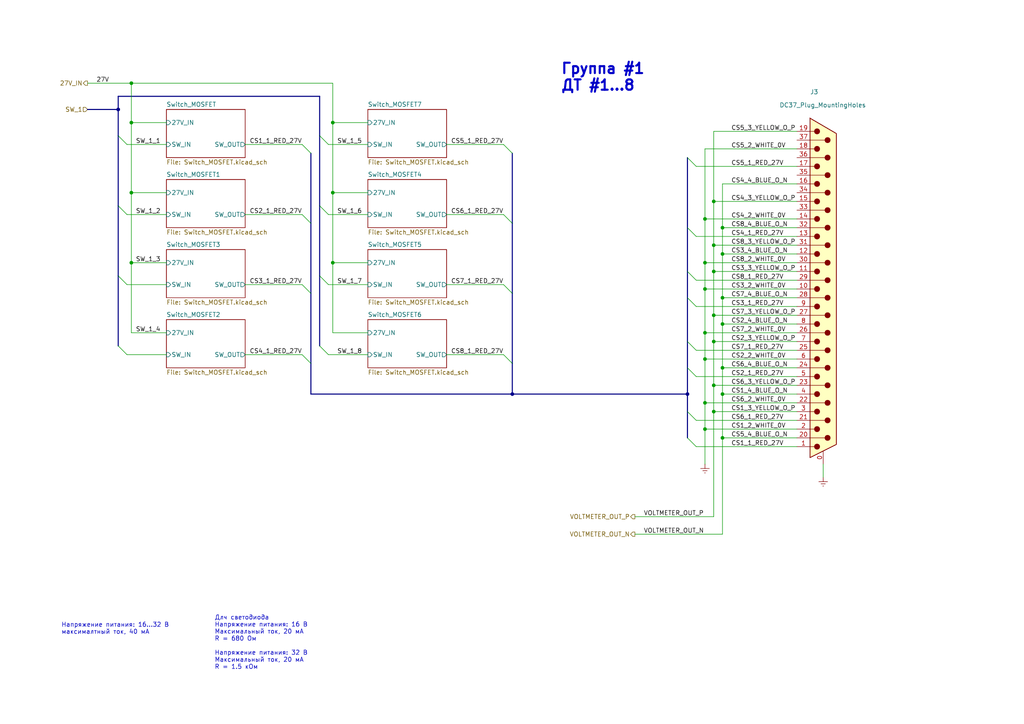
<source format=kicad_sch>
(kicad_sch (version 20230121) (generator eeschema)
  (paper "A4")
  (lib_symbols
    (symbol "Connector:DC37_Plug_MountingHoles" (pin_names (offset 1.016) hide)
      (property "Reference" "J" (at 0 52.705 0))
      (property "Value" "DC37_Plug_MountingHoles" (at 0 50.8 0))
      (symbol "DC37_Plug_MountingHoles_0_1"
        (circle (center -1.778 -45.72) (radius 0.762) (fill (type outline)))
        (circle (center -1.778 -40.64) (radius 0.762) (fill (type outline)))
        (circle (center -1.778 -35.56) (radius 0.762) (fill (type outline)))
        (circle (center -1.778 -30.48) (radius 0.762) (fill (type outline)))
        (circle (center -1.778 -25.4) (radius 0.762) (fill (type outline)))
        (circle (center -1.778 -20.32) (radius 0.762) (fill (type outline)))
        (circle (center -1.778 -15.24) (radius 0.762) (fill (type outline)))
        (circle (center -1.778 -10.16) (radius 0.762) (fill (type outline)))
        (circle (center -1.778 -5.08) (radius 0.762) (fill (type outline)))
        (circle (center -1.778 0) (radius 0.762) (fill (type outline)))
        (circle (center -1.778 5.08) (radius 0.762) (fill (type outline)))
        (circle (center -1.778 10.16) (radius 0.762) (fill (type outline)))
        (circle (center -1.778 15.24) (radius 0.762) (fill (type outline)))
        (circle (center -1.778 20.32) (radius 0.762) (fill (type outline)))
        (circle (center -1.778 25.4) (radius 0.762) (fill (type outline)))
        (circle (center -1.778 30.48) (radius 0.762) (fill (type outline)))
        (circle (center -1.778 35.56) (radius 0.762) (fill (type outline)))
        (circle (center -1.778 40.64) (radius 0.762) (fill (type outline)))
        (circle (center -1.778 45.72) (radius 0.762) (fill (type outline)))
        (polyline (pts (xy -3.81 -45.72) (xy -2.54 -45.72)))
        (polyline (pts (xy -3.81 -43.18) (xy 0.508 -43.18)))
        (polyline (pts (xy -3.81 -40.64) (xy -2.54 -40.64)))
        (polyline (pts (xy -3.81 -38.1) (xy 0.508 -38.1)))
        (polyline (pts (xy -3.81 -35.56) (xy -2.54 -35.56)))
        (polyline (pts (xy -3.81 -33.02) (xy 0.508 -33.02)))
        (polyline (pts (xy -3.81 -30.48) (xy -2.54 -30.48)))
        (polyline (pts (xy -3.81 -27.94) (xy 0.508 -27.94)))
        (polyline (pts (xy -3.81 -25.4) (xy -2.54 -25.4)))
        (polyline (pts (xy -3.81 -22.86) (xy 0.508 -22.86)))
        (polyline (pts (xy -3.81 -20.32) (xy -2.54 -20.32)))
        (polyline (pts (xy -3.81 -17.78) (xy 0.508 -17.78)))
        (polyline (pts (xy -3.81 -15.24) (xy -2.54 -15.24)))
        (polyline (pts (xy -3.81 -12.7) (xy 0.508 -12.7)))
        (polyline (pts (xy -3.81 -10.16) (xy -2.54 -10.16)))
        (polyline (pts (xy -3.81 -7.62) (xy 0.508 -7.62)))
        (polyline (pts (xy -3.81 -5.08) (xy -2.54 -5.08)))
        (polyline (pts (xy -3.81 -2.54) (xy 0.508 -2.54)))
        (polyline (pts (xy -3.81 0) (xy -2.54 0)))
        (polyline (pts (xy -3.81 2.54) (xy 0.508 2.54)))
        (polyline (pts (xy -3.81 5.08) (xy -2.54 5.08)))
        (polyline (pts (xy -3.81 7.62) (xy 0.508 7.62)))
        (polyline (pts (xy -3.81 10.16) (xy -2.54 10.16)))
        (polyline (pts (xy -3.81 12.7) (xy 0.508 12.7)))
        (polyline (pts (xy -3.81 15.24) (xy -2.54 15.24)))
        (polyline (pts (xy -3.81 17.78) (xy 0.508 17.78)))
        (polyline (pts (xy -3.81 20.32) (xy -2.54 20.32)))
        (polyline (pts (xy -3.81 22.86) (xy 0.508 22.86)))
        (polyline (pts (xy -3.81 25.4) (xy -2.54 25.4)))
        (polyline (pts (xy -3.81 27.94) (xy 0.508 27.94)))
        (polyline (pts (xy -3.81 30.48) (xy -2.54 30.48)))
        (polyline (pts (xy -3.81 33.02) (xy 0.508 33.02)))
        (polyline (pts (xy -3.81 35.56) (xy -2.54 35.56)))
        (polyline (pts (xy -3.81 38.1) (xy 0.508 38.1)))
        (polyline (pts (xy -3.81 40.64) (xy -2.54 40.64)))
        (polyline (pts (xy -3.81 43.18) (xy 0.508 43.18)))
        (polyline (pts (xy -3.81 45.72) (xy -2.54 45.72)))
        (polyline (pts (xy -3.81 49.53) (xy 3.81 45.085) (xy 3.81 -45.085) (xy -3.81 -48.895) (xy -3.81 49.53)) (stroke (width 0.254)) (fill (type background)))
        (circle (center 1.27 -43.18) (radius 0.762) (fill (type outline)))
        (circle (center 1.27 -38.1) (radius 0.762) (fill (type outline)))
        (circle (center 1.27 -33.02) (radius 0.762) (fill (type outline)))
        (circle (center 1.27 -27.94) (radius 0.762) (fill (type outline)))
        (circle (center 1.27 -22.86) (radius 0.762) (fill (type outline)))
        (circle (center 1.27 -17.78) (radius 0.762) (fill (type outline)))
        (circle (center 1.27 -12.7) (radius 0.762) (fill (type outline)))
        (circle (center 1.27 -7.62) (radius 0.762) (fill (type outline)))
        (circle (center 1.27 -2.54) (radius 0.762) (fill (type outline)))
        (circle (center 1.27 2.54) (radius 0.762) (fill (type outline)))
        (circle (center 1.27 7.62) (radius 0.762) (fill (type outline)))
        (circle (center 1.27 12.7) (radius 0.762) (fill (type outline)))
        (circle (center 1.27 17.78) (radius 0.762) (fill (type outline)))
        (circle (center 1.27 22.86) (radius 0.762) (fill (type outline)))
        (circle (center 1.27 27.94) (radius 0.762) (fill (type outline)))
        (circle (center 1.27 33.02) (radius 0.762) (fill (type outline)))
        (circle (center 1.27 38.1) (radius 0.762) (fill (type outline)))
        (circle (center 1.27 43.18) (radius 0.762) (fill (type outline)))
      )
      (symbol "DC37_Plug_MountingHoles_1_1"
        (pin passive line (at 0 -50.8 90) (length 3.81) (name "PAD") (number "0"))
        (pin passive line (at -7.62 -45.72 0) (length 3.81) (name "1") (number "1"))
        (pin passive line (at -7.62 0 0) (length 3.81) (name "10") (number "10"))
        (pin passive line (at -7.62 5.08 0) (length 3.81) (name "11") (number "11"))
        (pin passive line (at -7.62 10.16 0) (length 3.81) (name "12") (number "12"))
        (pin passive line (at -7.62 15.24 0) (length 3.81) (name "13") (number "13"))
        (pin passive line (at -7.62 20.32 0) (length 3.81) (name "14") (number "14"))
        (pin passive line (at -7.62 25.4 0) (length 3.81) (name "15") (number "15"))
        (pin passive line (at -7.62 30.48 0) (length 3.81) (name "16") (number "16"))
        (pin passive line (at -7.62 35.56 0) (length 3.81) (name "17") (number "17"))
        (pin passive line (at -7.62 40.64 0) (length 3.81) (name "18") (number "18"))
        (pin passive line (at -7.62 45.72 0) (length 3.81) (name "19") (number "19"))
        (pin passive line (at -7.62 -40.64 0) (length 3.81) (name "2") (number "2"))
        (pin passive line (at -7.62 -43.18 0) (length 3.81) (name "20") (number "20"))
        (pin passive line (at -7.62 -38.1 0) (length 3.81) (name "21") (number "21"))
        (pin passive line (at -7.62 -33.02 0) (length 3.81) (name "22") (number "22"))
        (pin passive line (at -7.62 -27.94 0) (length 3.81) (name "23") (number "23"))
        (pin passive line (at -7.62 -22.86 0) (length 3.81) (name "24") (number "24"))
        (pin passive line (at -7.62 -17.78 0) (length 3.81) (name "25") (number "25"))
        (pin passive line (at -7.62 -12.7 0) (length 3.81) (name "26") (number "26"))
        (pin passive line (at -7.62 -7.62 0) (length 3.81) (name "27") (number "27"))
        (pin passive line (at -7.62 -2.54 0) (length 3.81) (name "28") (number "28"))
        (pin passive line (at -7.62 2.54 0) (length 3.81) (name "29") (number "29"))
        (pin passive line (at -7.62 -35.56 0) (length 3.81) (name "3") (number "3"))
        (pin passive line (at -7.62 7.62 0) (length 3.81) (name "30") (number "30"))
        (pin passive line (at -7.62 12.7 0) (length 3.81) (name "31") (number "31"))
        (pin passive line (at -7.62 17.78 0) (length 3.81) (name "32") (number "32"))
        (pin passive line (at -7.62 22.86 0) (length 3.81) (name "33") (number "33"))
        (pin passive line (at -7.62 27.94 0) (length 3.81) (name "34") (number "34"))
        (pin passive line (at -7.62 33.02 0) (length 3.81) (name "35") (number "35"))
        (pin passive line (at -7.62 38.1 0) (length 3.81) (name "36") (number "36"))
        (pin passive line (at -7.62 43.18 0) (length 3.81) (name "37") (number "37"))
        (pin passive line (at -7.62 -30.48 0) (length 3.81) (name "4") (number "4"))
        (pin passive line (at -7.62 -25.4 0) (length 3.81) (name "5") (number "5"))
        (pin passive line (at -7.62 -20.32 0) (length 3.81) (name "6") (number "6"))
        (pin passive line (at -7.62 -15.24 0) (length 3.81) (name "7") (number "7"))
        (pin passive line (at -7.62 -10.16 0) (length 3.81) (name "8") (number "8"))
        (pin passive line (at -7.62 -5.08 0) (length 3.81) (name "9") (number "9"))
      )
    )
    (symbol "power:Earth" (power) (pin_names (offset 0))
      (symbol "Earth_0_1"
        (polyline (pts (xy -0.635 -1.905) (xy 0.635 -1.905)))
        (polyline (pts (xy -0.127 -2.54) (xy 0.127 -2.54)))
        (polyline (pts (xy 0 -1.27) (xy 0 0)))
        (polyline (pts (xy 1.27 -1.27) (xy -1.27 -1.27)))
      )
      (symbol "Earth_1_1"
        (pin power_in line (at 0 0 270) (length 0) hide (name "Earth") (number "1"))
      )
    )
  )
  (junction (at 204.47 96.52))
  (junction (at 207.01 119.38))
  (junction (at 34.29 31.75))
  (junction (at 209.55 73.66))
  (junction (at 207.01 58.42))
  (junction (at 209.55 106.68))
  (junction (at 204.47 116.84))
  (junction (at 204.47 63.5))
  (junction (at 204.47 124.46))
  (junction (at 38.1 24.13))
  (junction (at 96.52 35.56))
  (junction (at 209.55 93.98))
  (junction (at 207.01 71.12))
  (junction (at 207.01 91.44))
  (junction (at 204.47 76.2))
  (junction (at 207.01 78.74))
  (junction (at 96.52 76.2))
  (junction (at 207.01 99.06))
  (junction (at 148.59 114.3))
  (junction (at 209.55 127))
  (junction (at 38.1 55.88))
  (junction (at 38.1 35.56))
  (junction (at 209.55 66.04))
  (junction (at 199.39 114.3))
  (junction (at 204.47 83.82))
  (junction (at 209.55 86.36))
  (junction (at 204.47 104.14))
  (junction (at 96.52 55.88))
  (junction (at 38.1 76.2))
  (junction (at 207.01 111.76))
  (junction (at 209.55 114.3))
  (bus_entry (at 92.71 39.37) (size 2.54 2.54))
  (bus_entry (at 199.39 119.38) (size 2.54 2.54))
  (bus_entry (at 87.63 41.91) (size 2.54 2.54))
  (bus_entry (at 199.39 86.36) (size 2.54 2.54))
  (bus_entry (at 146.05 62.23) (size 2.54 2.54))
  (bus_entry (at 34.29 59.69) (size 2.54 2.54))
  (bus_entry (at 199.39 66.04) (size 2.54 2.54))
  (bus_entry (at 87.63 102.87) (size 2.54 2.54))
  (bus_entry (at 34.29 39.37) (size 2.54 2.54))
  (bus_entry (at 146.05 82.55) (size 2.54 2.54))
  (bus_entry (at 146.05 102.87) (size 2.54 2.54))
  (bus_entry (at 92.71 59.69) (size 2.54 2.54))
  (bus_entry (at 92.71 80.01) (size 2.54 2.54))
  (bus_entry (at 92.71 100.33) (size 2.54 2.54))
  (bus_entry (at 87.63 62.23) (size 2.54 2.54))
  (bus_entry (at 199.39 45.72) (size 2.54 2.54))
  (bus_entry (at 199.39 78.74) (size 2.54 2.54))
  (bus_entry (at 199.39 127) (size 2.54 2.54))
  (bus_entry (at 34.29 100.33) (size 2.54 2.54))
  (bus_entry (at 87.63 82.55) (size 2.54 2.54))
  (bus_entry (at 199.39 99.06) (size 2.54 2.54))
  (bus_entry (at 146.05 41.91) (size 2.54 2.54))
  (bus_entry (at 34.29 80.01) (size 2.54 2.54))
  (bus_entry (at 199.39 106.68) (size 2.54 2.54))
  (wire (pts (xy 231.14 53.34) (xy 209.55 53.34)))
  (wire (pts (xy -10.16 260.35) (xy 7.62 260.35)))
  (wire (pts (xy 201.93 129.54) (xy 231.14 129.54)))
  (wire (pts (xy -74.93 158.75) (xy -57.15 158.75)))
  (wire (pts (xy -10.16 250.19) (xy 7.62 250.19)))
  (bus (pts (xy 34.29 31.75) (xy 25.4 31.75)))
  (wire (pts (xy 207.01 119.38) (xy 207.01 149.86)))
  (wire (pts (xy -59.69 217.17) (xy -41.91 217.17)))
  (wire (pts (xy 207.01 119.38) (xy 231.14 119.38)))
  (wire (pts (xy 207.01 71.12) (xy 231.14 71.12)))
  (wire (pts (xy 209.55 73.66) (xy 231.14 73.66)))
  (wire (pts (xy 204.47 43.18) (xy 204.47 63.5)))
  (wire (pts (xy 48.26 55.88) (xy 38.1 55.88)))
  (wire (pts (xy 201.93 109.22) (xy 231.14 109.22)))
  (wire (pts (xy 204.47 124.46) (xy 204.47 134.62)))
  (wire (pts (xy 95.25 62.23) (xy 106.68 62.23)))
  (wire (pts (xy 201.93 121.92) (xy 231.14 121.92)))
  (bus (pts (xy 92.71 80.01) (xy 92.71 59.69)))
  (wire (pts (xy -74.93 151.13) (xy -57.15 151.13)))
  (wire (pts (xy -59.69 219.71) (xy -41.91 219.71)))
  (wire (pts (xy 96.52 35.56) (xy 96.52 24.13)))
  (wire (pts (xy 209.55 53.34) (xy 209.55 66.04)))
  (wire (pts (xy 184.15 149.86) (xy 207.01 149.86)))
  (bus (pts (xy 34.29 27.94) (xy 34.29 31.75)))
  (bus (pts (xy 92.71 39.37) (xy 92.71 27.94)))
  (wire (pts (xy 204.47 116.84) (xy 204.47 124.46)))
  (wire (pts (xy 129.54 41.91) (xy 146.05 41.91)))
  (wire (pts (xy 36.83 62.23) (xy 48.26 62.23)))
  (wire (pts (xy 207.01 91.44) (xy 231.14 91.44)))
  (wire (pts (xy 204.47 116.84) (xy 231.14 116.84)))
  (wire (pts (xy 207.01 58.42) (xy 207.01 71.12)))
  (wire (pts (xy 204.47 83.82) (xy 231.14 83.82)))
  (wire (pts (xy 204.47 124.46) (xy 231.14 124.46)))
  (wire (pts (xy 96.52 96.52) (xy 96.52 76.2)))
  (wire (pts (xy -74.93 166.37) (xy -57.15 166.37)))
  (bus (pts (xy 90.17 85.09) (xy 90.17 105.41)))
  (wire (pts (xy -59.69 212.09) (xy -41.91 212.09)))
  (wire (pts (xy 71.12 62.23) (xy 87.63 62.23)))
  (wire (pts (xy 209.55 106.68) (xy 209.55 114.3)))
  (wire (pts (xy -59.69 209.55) (xy -41.91 209.55)))
  (wire (pts (xy 209.55 66.04) (xy 209.55 73.66)))
  (wire (pts (xy 204.47 63.5) (xy 231.14 63.5)))
  (wire (pts (xy 38.1 55.88) (xy 38.1 35.56)))
  (wire (pts (xy 71.12 102.87) (xy 87.63 102.87)))
  (wire (pts (xy 207.01 58.42) (xy 231.14 58.42)))
  (wire (pts (xy 204.47 96.52) (xy 231.14 96.52)))
  (wire (pts (xy 204.47 63.5) (xy 204.47 76.2)))
  (wire (pts (xy 71.12 82.55) (xy 87.63 82.55)))
  (wire (pts (xy 201.93 68.58) (xy 231.14 68.58)))
  (wire (pts (xy 204.47 104.14) (xy 204.47 116.84)))
  (bus (pts (xy 199.39 86.36) (xy 199.39 99.06)))
  (wire (pts (xy -74.93 156.21) (xy -57.15 156.21)))
  (wire (pts (xy 204.47 104.14) (xy 231.14 104.14)))
  (wire (pts (xy 207.01 111.76) (xy 231.14 111.76)))
  (wire (pts (xy 106.68 35.56) (xy 96.52 35.56)))
  (wire (pts (xy 209.55 127) (xy 209.55 154.94)))
  (bus (pts (xy 148.59 105.41) (xy 148.59 114.3)))
  (wire (pts (xy 209.55 114.3) (xy 231.14 114.3)))
  (wire (pts (xy 209.55 73.66) (xy 209.55 86.36)))
  (wire (pts (xy 209.55 93.98) (xy 231.14 93.98)))
  (bus (pts (xy 90.17 64.77) (xy 90.17 85.09)))
  (bus (pts (xy 148.59 44.45) (xy 148.59 64.77)))
  (wire (pts (xy 201.93 48.26) (xy 231.14 48.26)))
  (wire (pts (xy 95.25 41.91) (xy 106.68 41.91)))
  (wire (pts (xy -10.16 247.65) (xy 7.62 247.65)))
  (wire (pts (xy -59.69 214.63) (xy -41.91 214.63)))
  (wire (pts (xy 204.47 76.2) (xy 231.14 76.2)))
  (wire (pts (xy 204.47 83.82) (xy 204.47 96.52)))
  (bus (pts (xy 90.17 105.41) (xy 90.17 114.3)))
  (wire (pts (xy 36.83 102.87) (xy 48.26 102.87)))
  (bus (pts (xy 34.29 80.01) (xy 34.29 100.33)))
  (wire (pts (xy 36.83 41.91) (xy 48.26 41.91)))
  (wire (pts (xy 106.68 55.88) (xy 96.52 55.88)))
  (wire (pts (xy 209.55 114.3) (xy 209.55 127)))
  (wire (pts (xy 207.01 38.1) (xy 207.01 58.42)))
  (wire (pts (xy -10.16 257.81) (xy 7.62 257.81)))
  (bus (pts (xy 148.59 64.77) (xy 148.59 85.09)))
  (wire (pts (xy 209.55 86.36) (xy 209.55 93.98)))
  (wire (pts (xy 209.55 93.98) (xy 209.55 106.68)))
  (wire (pts (xy 96.52 55.88) (xy 96.52 35.56)))
  (wire (pts (xy -59.69 207.01) (xy -41.91 207.01)))
  (wire (pts (xy 209.55 127) (xy 231.14 127)))
  (bus (pts (xy 148.59 114.3) (xy 199.39 114.3)))
  (wire (pts (xy -10.16 252.73) (xy 7.62 252.73)))
  (wire (pts (xy 38.1 24.13) (xy 96.52 24.13)))
  (wire (pts (xy 106.68 76.2) (xy 96.52 76.2)))
  (bus (pts (xy 92.71 59.69) (xy 92.71 39.37)))
  (bus (pts (xy 199.39 66.04) (xy 199.39 78.74)))
  (wire (pts (xy 96.52 76.2) (xy 96.52 55.88)))
  (wire (pts (xy 106.68 96.52) (xy 96.52 96.52)))
  (bus (pts (xy 90.17 44.45) (xy 90.17 64.77)))
  (wire (pts (xy -10.16 265.43) (xy 7.62 265.43)))
  (wire (pts (xy -59.69 204.47) (xy -41.91 204.47)))
  (wire (pts (xy 209.55 66.04) (xy 231.14 66.04)))
  (wire (pts (xy -10.16 262.89) (xy 7.62 262.89)))
  (wire (pts (xy 207.01 99.06) (xy 231.14 99.06)))
  (wire (pts (xy 71.12 41.91) (xy 87.63 41.91)))
  (bus (pts (xy 34.29 39.37) (xy 34.29 59.69)))
  (wire (pts (xy -74.93 148.59) (xy -57.15 148.59)))
  (wire (pts (xy -74.93 163.83) (xy -57.15 163.83)))
  (wire (pts (xy 231.14 38.1) (xy 207.01 38.1)))
  (wire (pts (xy 129.54 102.87) (xy 146.05 102.87)))
  (wire (pts (xy 201.93 81.28) (xy 231.14 81.28)))
  (wire (pts (xy 238.76 134.62) (xy 238.76 138.43)))
  (bus (pts (xy 199.39 106.68) (xy 199.39 114.3)))
  (bus (pts (xy 148.59 85.09) (xy 148.59 105.41)))
  (wire (pts (xy 48.26 35.56) (xy 38.1 35.56)))
  (wire (pts (xy 204.47 76.2) (xy 204.47 83.82)))
  (wire (pts (xy 207.01 91.44) (xy 207.01 99.06)))
  (wire (pts (xy 209.55 106.68) (xy 231.14 106.68)))
  (wire (pts (xy 207.01 111.76) (xy 207.01 119.38)))
  (bus (pts (xy 199.39 119.38) (xy 199.39 127)))
  (wire (pts (xy 201.93 101.6) (xy 231.14 101.6)))
  (wire (pts (xy 129.54 62.23) (xy 146.05 62.23)))
  (wire (pts (xy 207.01 78.74) (xy 207.01 91.44)))
  (wire (pts (xy -74.93 161.29) (xy -57.15 161.29)))
  (wire (pts (xy 95.25 102.87) (xy 106.68 102.87)))
  (wire (pts (xy -10.16 255.27) (xy 7.62 255.27)))
  (bus (pts (xy 90.17 114.3) (xy 148.59 114.3)))
  (wire (pts (xy -59.69 222.25) (xy -41.91 222.25)))
  (wire (pts (xy 48.26 96.52) (xy 38.1 96.52)))
  (wire (pts (xy 38.1 35.56) (xy 38.1 24.13)))
  (bus (pts (xy 199.39 78.74) (xy 199.39 86.36)))
  (wire (pts (xy 207.01 78.74) (xy 231.14 78.74)))
  (wire (pts (xy 38.1 96.52) (xy 38.1 76.2)))
  (wire (pts (xy 207.01 99.06) (xy 207.01 111.76)))
  (bus (pts (xy 92.71 100.33) (xy 92.71 80.01)))
  (wire (pts (xy 184.15 154.94) (xy 209.55 154.94)))
  (bus (pts (xy 199.39 114.3) (xy 199.39 119.38)))
  (wire (pts (xy 207.01 71.12) (xy 207.01 78.74)))
  (wire (pts (xy 25.4 24.13) (xy 38.1 24.13)))
  (bus (pts (xy 199.39 99.06) (xy 199.39 106.68)))
  (bus (pts (xy 199.39 45.72) (xy 199.39 66.04)))
  (wire (pts (xy 38.1 76.2) (xy 38.1 55.88)))
  (bus (pts (xy 92.71 27.94) (xy 34.29 27.94)))
  (wire (pts (xy 95.25 82.55) (xy 106.68 82.55)))
  (wire (pts (xy -74.93 153.67) (xy -57.15 153.67)))
  (bus (pts (xy 34.29 59.69) (xy 34.29 80.01)))
  (wire (pts (xy 36.83 82.55) (xy 48.26 82.55)))
  (wire (pts (xy 129.54 82.55) (xy 146.05 82.55)))
  (wire (pts (xy 231.14 43.18) (xy 204.47 43.18)))
  (wire (pts (xy 204.47 96.52) (xy 204.47 104.14)))
  (wire (pts (xy 209.55 86.36) (xy 231.14 86.36)))
  (bus (pts (xy 34.29 31.75) (xy 34.29 39.37)))
  (wire (pts (xy 201.93 88.9) (xy 231.14 88.9)))
  (wire (pts (xy 38.1 76.2) (xy 48.26 76.2)))
  (text "Группа #2\nДТ #9...16" (at 93.98 -25.4 0) (effects (font (size 3 3) (thickness 0.6) bold) (justify left bottom)))
  (text "Группа #4\nДТ #25...32" (at 223.52 -25.4 0) (effects (font (size 3 3) (thickness 0.6) bold) (justify left bottom)))
  (text "Группа #1\nДТ #1...8" (at 162.56 26.67 0) (effects (font (size 3 3) (thickness 0.6) bold) (justify left bottom)))
  (text "Длч светодиода\nНапряжение питания: 16 В\nМаксимальный ток, 20 мА\nR = 680 Ом\n\nНапряжение питания: 32 В\nМаксимальный ток, 20 мА\nR = 1.5 кОм" (at 62.23 194.31 0) (effects (font (size 1.27 1.27)) (justify left bottom)))
  (text "Напряжение питания: 16...32 В\nмаксималтный ток, 40 мА" (at 17.78 184.15 0) (effects (font (size 1.27 1.27)) (justify left bottom)))
  (text "Группа #3\nДТ #17...24" (at 166.37 -25.4 0) (effects (font (size 3 3) (thickness 0.6) bold) (justify left bottom)))
  (label "CS7_2_WHITE_0V" (at 212.09 96.52 0))
  (label "CS1_3_YELLOW_O_P" (at 212.09 119.38 0))
  (label "SW_4_8" (at -57.15 222.25 0))
  (label "SW_1_7" (at 97.79 82.55 0))
  (label "CS3_3_YELLOW_O_P" (at 212.09 78.74 0))
  (label "CS3_1_RED_27V" (at 212.09 88.9 0))
  (label "SW_4_4" (at -57.15 212.09 0))
  (label "SW_4_1" (at -57.15 204.47 0))
  (label "CS3_4_BLUE_O_N" (at 212.09 73.66 0))
  (label "CS6_1_RED_27V" (at 130.81 62.23 0))
  (label "SW_1_8" (at 97.79 102.87 0))
  (label "CS4_3_YELLOW_O_P" (at 212.09 58.42 0))
  (label "CS3_1_RED_27V" (at 72.39 82.55 0))
  (label "SW_1_1" (at 39.37 41.91 0))
  (label "CS8_3_YELLOW_O_P" (at 212.09 71.12 0))
  (label "CS8_1_RED_27V" (at 130.81 102.87 0))
  (label "SW_4_3" (at -57.15 209.55 0))
  (label "SW_4_6" (at -57.15 217.17 0))
  (label "CS5_1_RED_27V" (at 212.09 48.26 0))
  (label "CS8_4_BLUE_O_N" (at 212.09 66.04 0))
  (label "SW_3_7" (at -7.62 262.89 0))
  (label "SW_4_5" (at -57.15 214.63 0))
  (label "SW_3_5" (at -7.62 257.81 0))
  (label "CS1_2_WHITE_0V" (at 212.09 124.46 0))
  (label "CS6_4_BLUE_O_N" (at 212.09 106.68 0))
  (label "SW_2_2" (at -72.39 151.13 0))
  (label "CS6_2_WHITE_0V" (at 212.09 116.84 0))
  (label "CS2_4_BLUE_O_N" (at 212.09 93.98 0))
  (label "CS2_1_RED_27V" (at 72.39 62.23 0))
  (label "CS4_1_RED_27V" (at 212.09 68.58 0))
  (label "VOLTMETER_OUT_P" (at 186.69 149.86 0))
  (label "CS3_2_WHITE_0V" (at 212.09 83.82 0))
  (label "CS2_2_WHITE_0V" (at 212.09 104.14 0))
  (label "SW_1_5" (at 97.79 41.91 0))
  (label "CS7_1_RED_27V" (at 212.09 101.6 0))
  (label "CS1_1_RED_27V" (at 212.09 129.54 0))
  (label "CS4_1_RED_27V" (at 72.39 102.87 0))
  (label "SW_1_2" (at 39.37 62.23 0))
  (label "SW_4_7" (at -57.15 219.71 0))
  (label "CS5_1_RED_27V" (at 130.81 41.91 0))
  (label "CS5_3_YELLOW_O_P" (at 212.09 38.1 0))
  (label "CS5_4_BLUE_O_N" (at 212.09 127 0))
  (label "SW_2_8" (at -72.39 166.37 0))
  (label "CS6_1_RED_27V" (at 212.09 121.92 0))
  (label "CS1_4_BLUE_O_N" (at 212.09 114.3 0))
  (label "CS1_1_RED_27V" (at 72.39 41.91 0))
  (label "VOLTMETER_OUT_N" (at 186.69 154.94 0))
  (label "CS4_2_WHITE_0V" (at 212.09 63.5 0))
  (label "CS7_3_YELLOW_O_P" (at 212.09 91.44 0))
  (label "SW_3_8" (at -7.62 265.43 0))
  (label "SW_3_2" (at -7.62 250.19 0))
  (label "CS2_1_RED_27V" (at 212.09 109.22 0))
  (label "27V" (at 27.94 24.13 0))
  (label "CS7_1_RED_27V" (at 130.81 82.55 0))
  (label "SW_3_6" (at -7.62 260.35 0))
  (label "CS8_2_WHITE_0V" (at 212.09 76.2 0))
  (label "CS8_1_RED_27V" (at 212.09 81.28 0))
  (label "SW_2_7" (at -72.39 163.83 0))
  (label "CS7_4_BLUE_O_N" (at 212.09 86.36 0))
  (label "SW_1_3" (at 39.37 76.2 0))
  (label "SW_2_4" (at -72.39 156.21 0))
  (label "SW_1_4" (at 39.37 96.52 0))
  (label "SW_3_3" (at -7.62 252.73 0))
  (label "SW_2_6" (at -72.39 161.29 0))
  (label "CS2_3_YELLOW_O_P" (at 212.09 99.06 0))
  (label "CS4_4_BLUE_O_N" (at 212.09 53.34 0))
  (label "CS1_2_WHITE_0V" (at 120.65 -12.7 0))
  (label "SW_1_6" (at 97.79 62.23 0))
  (label "SW_4_2" (at -57.15 207.01 0))
  (label "SW_2_3" (at -72.39 153.67 0))
  (label "SW_3_4" (at -7.62 255.27 0))
  (label "CS5_2_WHITE_0V" (at 212.09 43.18 0))
  (label "SW_2_5" (at -72.39 158.75 0))
  (label "SW_2_1" (at -72.39 148.59 0))
  (label "CS6_3_YELLOW_O_P" (at 212.09 111.76 0))
  (label "SW_3_1" (at -7.62 247.65 0))
  (hierarchical_label "SW_1" (shape input) (at 25.4 31.75 180))
  (hierarchical_label "VOLTMETER_OUT_N" (shape output) (at 184.15 154.94 180))
  (hierarchical_label "VOLTMETER_OUT_P" (shape output) (at 184.15 149.86 180))
  (hierarchical_label "27V_IN" (shape output) (at 25.4 24.13 180))
  (symbol (lib_id "Connector:DC37_Plug_MountingHoles") (at 238.76 83.82 0) (unit 1)
    (property "Reference" "J3" (at 234.95 26.67 0) (effects (justify left)))
    (property "Value" "DC37_Plug_MountingHoles" (at 226.06 30.48 0) (effects (justify left)))
    (property "Footprint" "Connector_Dsub:DSUB-37_Male_Vertical_P2.77x2.84mm_MountingHoles" (effects hide))
    (property "Datasheet" " ~" (effects hide))
    (instances (project "sensor_current_stand" (path "" (reference "J3") (unit 1)) (path "" (reference "J9") (unit 1))))
  )
  (symbol (lib_id "power:Earth") (at 238.76 138.43 0) (unit 1)
    (property "Reference" "#PWR01" (effects hide))
    (property "Value" "Earth" (effects hide))
    (instances (project "sensor_current_stand" (path "" (reference "#PWR01") (unit 1)) (path "" (reference "#PWR040") (unit 1))))
  )
  (symbol (lib_id "power:Earth") (at 204.47 134.62 0) (unit 1)
    (property "Reference" "#PWR02" (effects hide))
    (property "Value" "Earth" (effects hide))
    (instances (project "sensor_current_stand" (path "" (reference "#PWR02") (unit 1)) (path "" (reference "#PWR05") (unit 1)) (path "" (reference "#PWR01") (unit 1))))
  )
  (sheet (at 106.68 31.75) (size 22.86 13.97) (stroke (width 0.1524))
    (property "Sheetname" "Switch_MOSFET7" (at 106.68 31.0384 0) (effects (justify left bottom)))
    (property "Sheetfile" "Switch_MOSFET.kicad_sch" (at 106.68 46.3046 0) (effects (justify left top)))
    (pin "SW_OUT" output (at 129.54 41.91 0))
    (pin "SW_IN" input (at 106.68 41.91 180))
    (pin "27V_IN" input (at 106.68 35.56 180))
  )
  (sheet (at 106.68 92.71) (size 22.86 13.97) (stroke (width 0.1524))
    (property "Sheetname" "Switch_MOSFET6" (at 106.68 91.9984 0) (effects (justify left bottom)))
    (property "Sheetfile" "Switch_MOSFET.kicad_sch" (at 106.68 107.2646 0) (effects (justify left top)))
    (pin "SW_OUT" output (at 129.54 102.87 0))
    (pin "SW_IN" input (at 106.68 102.87 180))
    (pin "27V_IN" input (at 106.68 96.52 180))
  )
  (sheet (at 48.26 52.07) (size 22.86 13.97) (stroke (width 0.1524))
    (property "Sheetname" "Switch_MOSFET1" (at 48.26 51.3584 0) (effects (justify left bottom)))
    (property "Sheetfile" "Switch_MOSFET.kicad_sch" (at 48.26 66.6246 0) (effects (justify left top)))
    (pin "SW_OUT" output (at 71.12 62.23 0))
    (pin "SW_IN" input (at 48.26 62.23 180))
    (pin "27V_IN" input (at 48.26 55.88 180))
  )
  (sheet (at 48.26 72.39) (size 22.86 13.97) (stroke (width 0.1524))
    (property "Sheetname" "Switch_MOSFET3" (at 48.26 71.6784 0) (effects (justify left bottom)))
    (property "Sheetfile" "Switch_MOSFET.kicad_sch" (at 48.26 86.9446 0) (effects (justify left top)))
    (pin "SW_OUT" output (at 71.12 82.55 0))
    (pin "SW_IN" input (at 48.26 82.55 180))
    (pin "27V_IN" input (at 48.26 76.2 180))
  )
  (sheet (at 48.26 31.75) (size 22.86 13.97) (stroke (width 0.1524))
    (property "Sheetname" "Switch_MOSFET" (at 48.26 31.0384 0) (effects (justify left bottom)))
    (property "Sheetfile" "Switch_MOSFET.kicad_sch" (at 48.26 46.3046 0) (effects (justify left top)))
    (pin "SW_OUT" output (at 71.12 41.91 0))
    (pin "SW_IN" input (at 48.26 41.91 180))
    (pin "27V_IN" input (at 48.26 35.56 180))
  )
  (sheet (at 48.26 92.71) (size 22.86 13.97) (stroke (width 0.1524))
    (property "Sheetname" "Switch_MOSFET2" (at 48.26 91.9984 0) (effects (justify left bottom)))
    (property "Sheetfile" "Switch_MOSFET.kicad_sch" (at 48.26 107.2646 0) (effects (justify left top)))
    (pin "SW_OUT" output (at 71.12 102.87 0))
    (pin "SW_IN" input (at 48.26 102.87 180))
    (pin "27V_IN" input (at 48.26 96.52 180))
  )
  (sheet (at 106.68 72.39) (size 22.86 13.97) (stroke (width 0.1524))
    (property "Sheetname" "Switch_MOSFET5" (at 106.68 71.6784 0) (effects (justify left bottom)))
    (property "Sheetfile" "Switch_MOSFET.kicad_sch" (at 106.68 86.9446 0) (effects (justify left top)))
    (pin "SW_OUT" output (at 129.54 82.55 0))
    (pin "SW_IN" input (at 106.68 82.55 180))
    (pin "27V_IN" input (at 106.68 76.2 180))
  )
  (sheet (at 106.68 52.07) (size 22.86 13.97) (stroke (width 0.1524))
    (property "Sheetname" "Switch_MOSFET4" (at 106.68 51.3584 0) (effects (justify left bottom)))
    (property "Sheetfile" "Switch_MOSFET.kicad_sch" (at 106.68 66.6246 0) (effects (justify left top)))
    (pin "SW_OUT" output (at 129.54 62.23 0))
    (pin "SW_IN" input (at 106.68 62.23 180))
    (pin "27V_IN" input (at 106.68 55.88 180))
  )
)
</source>
